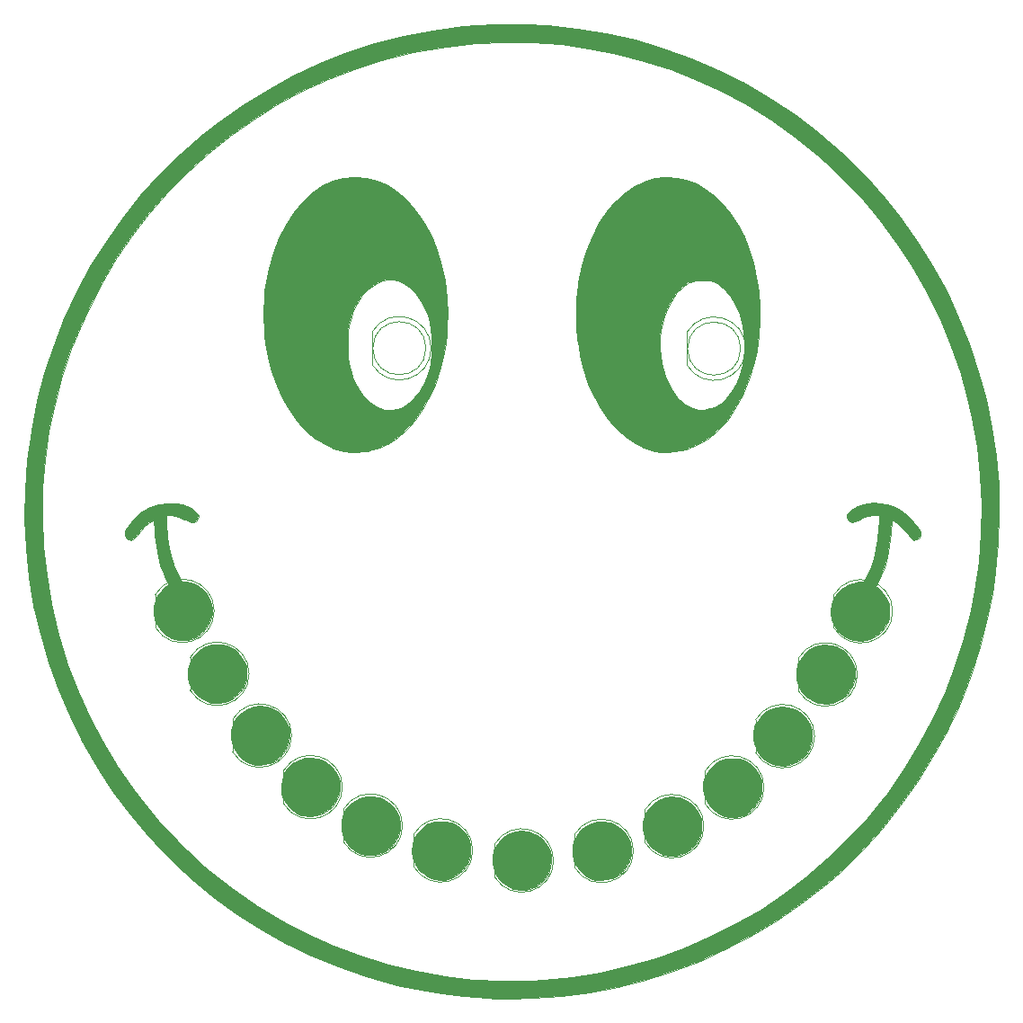
<source format=gbr>
%TF.GenerationSoftware,KiCad,Pcbnew,7.0.8*%
%TF.CreationDate,2024-04-06T10:04:34+02:00*%
%TF.ProjectId,Smiley,536d696c-6579-42e6-9b69-6361645f7063,rev?*%
%TF.SameCoordinates,Original*%
%TF.FileFunction,Legend,Top*%
%TF.FilePolarity,Positive*%
%FSLAX46Y46*%
G04 Gerber Fmt 4.6, Leading zero omitted, Abs format (unit mm)*
G04 Created by KiCad (PCBNEW 7.0.8) date 2024-04-06 10:04:34*
%MOMM*%
%LPD*%
G01*
G04 APERTURE LIST*
%ADD10C,0.120000*%
%ADD11C,0.010000*%
G04 APERTURE END LIST*
D10*
%TO.C,REF\u002A\u002A*%
X110090000Y-74125000D02*
X110090000Y-77215000D01*
X115150000Y-75670000D02*
G75*
G03*
X115150000Y-75670000I-2500000J0D01*
G01*
X115639999Y-75670462D02*
G75*
G03*
X110090001Y-74125170I-2989999J462D01*
G01*
X110090000Y-77214830D02*
G75*
G03*
X115640000Y-75669538I2560000J1544830D01*
G01*
%TO.C,D15*%
X106760000Y-80075000D02*
X106760000Y-83165000D01*
X111820000Y-81620000D02*
G75*
G03*
X111820000Y-81620000I-2500000J0D01*
G01*
X112309999Y-81620462D02*
G75*
G03*
X106760001Y-80075170I-2989999J462D01*
G01*
X106760000Y-83164830D02*
G75*
G03*
X112310000Y-81619538I2560000J1544830D01*
G01*
%TO.C,D14*%
X102730000Y-85885000D02*
X102730000Y-88975000D01*
X107790000Y-87430000D02*
G75*
G03*
X107790000Y-87430000I-2500000J0D01*
G01*
X108279999Y-87430462D02*
G75*
G03*
X102730001Y-85885170I-2989999J462D01*
G01*
X102730000Y-88974830D02*
G75*
G03*
X108280000Y-87429538I2560000J1544830D01*
G01*
%TO.C,D13*%
X97965000Y-90715000D02*
X97965000Y-93805000D01*
X103025000Y-92260000D02*
G75*
G03*
X103025000Y-92260000I-2500000J0D01*
G01*
X103514999Y-92260462D02*
G75*
G03*
X97965001Y-90715170I-2989999J462D01*
G01*
X97965000Y-93804830D02*
G75*
G03*
X103515000Y-92259538I2560000J1544830D01*
G01*
%TO.C,D12*%
X92310000Y-94365000D02*
X92310000Y-97455000D01*
X97370000Y-95910000D02*
G75*
G03*
X97370000Y-95910000I-2500000J0D01*
G01*
X97859999Y-95910462D02*
G75*
G03*
X92310001Y-94365170I-2989999J462D01*
G01*
X92310000Y-97454830D02*
G75*
G03*
X97860000Y-95909538I2560000J1544830D01*
G01*
%TO.C,D11*%
X85670000Y-96695000D02*
X85670000Y-99785000D01*
X90730000Y-98240000D02*
G75*
G03*
X90730000Y-98240000I-2500000J0D01*
G01*
X91219999Y-98240462D02*
G75*
G03*
X85670001Y-96695170I-2989999J462D01*
G01*
X85670000Y-99784830D02*
G75*
G03*
X91220000Y-98239538I2560000J1544830D01*
G01*
%TO.C,D10*%
X78150000Y-97595000D02*
X78150000Y-100685000D01*
X83210000Y-99140000D02*
G75*
G03*
X83210000Y-99140000I-2500000J0D01*
G01*
X83699999Y-99140462D02*
G75*
G03*
X78150001Y-97595170I-2989999J462D01*
G01*
X78150000Y-100684830D02*
G75*
G03*
X83700000Y-99139538I2560000J1544830D01*
G01*
%TO.C,D9*%
X70540000Y-96645000D02*
X70540000Y-99735000D01*
X75600000Y-98190000D02*
G75*
G03*
X75600000Y-98190000I-2500000J0D01*
G01*
X76089999Y-98190462D02*
G75*
G03*
X70540001Y-96645170I-2989999J462D01*
G01*
X70540000Y-99734830D02*
G75*
G03*
X76090000Y-98189538I2560000J1544830D01*
G01*
%TO.C,D8*%
X63920000Y-94305000D02*
X63920000Y-97395000D01*
X68980000Y-95850000D02*
G75*
G03*
X68980000Y-95850000I-2500000J0D01*
G01*
X69469999Y-95850462D02*
G75*
G03*
X63920001Y-94305170I-2989999J462D01*
G01*
X63920000Y-97394830D02*
G75*
G03*
X69470000Y-95849538I2560000J1544830D01*
G01*
%TO.C,D7*%
X58260000Y-93774830D02*
G75*
G03*
X63810000Y-92229538I2560000J1544830D01*
G01*
X63809999Y-92230462D02*
G75*
G03*
X58260001Y-90685170I-2989999J462D01*
G01*
X63320000Y-92230000D02*
G75*
G03*
X63320000Y-92230000I-2500000J0D01*
G01*
X58260000Y-90685000D02*
X58260000Y-93775000D01*
%TO.C,D6*%
X53475000Y-85835000D02*
X53475000Y-88925000D01*
X58535000Y-87380000D02*
G75*
G03*
X58535000Y-87380000I-2500000J0D01*
G01*
X59024999Y-87380462D02*
G75*
G03*
X53475001Y-85835170I-2989999J462D01*
G01*
X53475000Y-88924830D02*
G75*
G03*
X59025000Y-87379538I2560000J1544830D01*
G01*
%TO.C,D5*%
X49470000Y-80015000D02*
X49470000Y-83105000D01*
X54530000Y-81560000D02*
G75*
G03*
X54530000Y-81560000I-2500000J0D01*
G01*
X55019999Y-81560462D02*
G75*
G03*
X49470001Y-80015170I-2989999J462D01*
G01*
X49470000Y-83104830D02*
G75*
G03*
X55020000Y-81559538I2560000J1544830D01*
G01*
%TO.C,D4*%
X46190000Y-74085000D02*
X46190000Y-77175000D01*
X51250000Y-75630000D02*
G75*
G03*
X51250000Y-75630000I-2500000J0D01*
G01*
X51739999Y-75630462D02*
G75*
G03*
X46190001Y-74085170I-2989999J462D01*
G01*
X46190000Y-77174830D02*
G75*
G03*
X51740000Y-75629538I2560000J1544830D01*
G01*
%TO.C,D2*%
X96260000Y-52474830D02*
G75*
G03*
X101810000Y-50929538I2560000J1544830D01*
G01*
X101809999Y-50930462D02*
G75*
G03*
X96260001Y-49385170I-2989999J462D01*
G01*
X101320000Y-50930000D02*
G75*
G03*
X101320000Y-50930000I-2500000J0D01*
G01*
X96260000Y-49385000D02*
X96260000Y-52475000D01*
%TO.C,D1*%
X66615000Y-52434830D02*
G75*
G03*
X72165000Y-50889538I2560000J1544830D01*
G01*
X72164999Y-50890462D02*
G75*
G03*
X66615001Y-49345170I-2989999J462D01*
G01*
X71675000Y-50890000D02*
G75*
G03*
X71675000Y-50890000I-2500000J0D01*
G01*
X66615000Y-49345000D02*
X66615000Y-52435000D01*
%TO.C,G\u002A\u002A\u002A*%
D11*
X89042481Y-95594655D02*
X89594276Y-95807699D01*
X90078233Y-96154553D01*
X90227754Y-96299951D01*
X90625281Y-96825057D01*
X90878088Y-97405793D01*
X90990349Y-98017146D01*
X90966241Y-98634101D01*
X90809939Y-99231646D01*
X90525619Y-99784767D01*
X90117457Y-100268449D01*
X89589630Y-100657680D01*
X89491345Y-100711081D01*
X89114411Y-100849109D01*
X88645648Y-100938594D01*
X88147418Y-100974876D01*
X87682087Y-100953295D01*
X87322378Y-100873134D01*
X86721017Y-100567775D01*
X86230000Y-100156032D01*
X85854600Y-99660882D01*
X85600088Y-99105302D01*
X85471739Y-98512270D01*
X85474824Y-97904762D01*
X85614617Y-97305756D01*
X85896390Y-96738228D01*
X86268490Y-96280578D01*
X86750191Y-95881087D01*
X87264340Y-95627829D01*
X87844742Y-95508393D01*
X88390679Y-95501439D01*
X89042481Y-95594655D01*
G36*
X89042481Y-95594655D02*
G01*
X89594276Y-95807699D01*
X90078233Y-96154553D01*
X90227754Y-96299951D01*
X90625281Y-96825057D01*
X90878088Y-97405793D01*
X90990349Y-98017146D01*
X90966241Y-98634101D01*
X90809939Y-99231646D01*
X90525619Y-99784767D01*
X90117457Y-100268449D01*
X89589630Y-100657680D01*
X89491345Y-100711081D01*
X89114411Y-100849109D01*
X88645648Y-100938594D01*
X88147418Y-100974876D01*
X87682087Y-100953295D01*
X87322378Y-100873134D01*
X86721017Y-100567775D01*
X86230000Y-100156032D01*
X85854600Y-99660882D01*
X85600088Y-99105302D01*
X85471739Y-98512270D01*
X85474824Y-97904762D01*
X85614617Y-97305756D01*
X85896390Y-96738228D01*
X86268490Y-96280578D01*
X86750191Y-95881087D01*
X87264340Y-95627829D01*
X87844742Y-95508393D01*
X88390679Y-95501439D01*
X89042481Y-95594655D01*
G37*
X56688344Y-84655511D02*
X57203539Y-84829289D01*
X57783010Y-85183379D01*
X58245946Y-85642761D01*
X58583518Y-86184018D01*
X58786901Y-86783733D01*
X58847266Y-87418492D01*
X58755787Y-88064879D01*
X58593961Y-88517719D01*
X58256000Y-89074552D01*
X57801641Y-89543201D01*
X57266768Y-89887527D01*
X57205885Y-89915670D01*
X56889467Y-90015328D01*
X56484611Y-90086769D01*
X56052434Y-90124854D01*
X55654057Y-90124443D01*
X55350598Y-90080396D01*
X55328345Y-90073565D01*
X54694047Y-89781303D01*
X54150066Y-89360101D01*
X53720897Y-88831214D01*
X53559896Y-88539100D01*
X53401764Y-88057530D01*
X53330393Y-87502088D01*
X53346794Y-86936233D01*
X53451976Y-86423424D01*
X53523282Y-86238226D01*
X53863715Y-85683127D01*
X54314714Y-85230872D01*
X54849478Y-84891723D01*
X55441205Y-84675939D01*
X56063094Y-84593781D01*
X56688344Y-84655511D01*
G36*
X56688344Y-84655511D02*
G01*
X57203539Y-84829289D01*
X57783010Y-85183379D01*
X58245946Y-85642761D01*
X58583518Y-86184018D01*
X58786901Y-86783733D01*
X58847266Y-87418492D01*
X58755787Y-88064879D01*
X58593961Y-88517719D01*
X58256000Y-89074552D01*
X57801641Y-89543201D01*
X57266768Y-89887527D01*
X57205885Y-89915670D01*
X56889467Y-90015328D01*
X56484611Y-90086769D01*
X56052434Y-90124854D01*
X55654057Y-90124443D01*
X55350598Y-90080396D01*
X55328345Y-90073565D01*
X54694047Y-89781303D01*
X54150066Y-89360101D01*
X53720897Y-88831214D01*
X53559896Y-88539100D01*
X53401764Y-88057530D01*
X53330393Y-87502088D01*
X53346794Y-86936233D01*
X53451976Y-86423424D01*
X53523282Y-86238226D01*
X53863715Y-85683127D01*
X54314714Y-85230872D01*
X54849478Y-84891723D01*
X55441205Y-84675939D01*
X56063094Y-84593781D01*
X56688344Y-84655511D01*
G37*
X66631345Y-93130772D02*
X67283148Y-93223988D01*
X67834943Y-93437032D01*
X68318900Y-93783886D01*
X68468420Y-93929285D01*
X68865948Y-94454390D01*
X69118755Y-95035126D01*
X69231016Y-95646479D01*
X69206907Y-96263435D01*
X69050605Y-96860979D01*
X68766286Y-97414100D01*
X68358124Y-97897783D01*
X67830297Y-98287014D01*
X67732012Y-98340414D01*
X67255701Y-98511781D01*
X66695767Y-98595644D01*
X66115041Y-98589504D01*
X65576351Y-98490862D01*
X65406600Y-98432931D01*
X64909027Y-98157555D01*
X64454260Y-97759885D01*
X64087789Y-97286160D01*
X63892699Y-96894133D01*
X63731479Y-96244288D01*
X63721806Y-95596501D01*
X63853193Y-94975095D01*
X64115154Y-94404394D01*
X64497202Y-93908720D01*
X64988851Y-93512398D01*
X65448636Y-93285246D01*
X65765864Y-93181388D01*
X66060057Y-93130144D01*
X66406732Y-93121648D01*
X66631345Y-93130772D01*
G36*
X66631345Y-93130772D02*
G01*
X67283148Y-93223988D01*
X67834943Y-93437032D01*
X68318900Y-93783886D01*
X68468420Y-93929285D01*
X68865948Y-94454390D01*
X69118755Y-95035126D01*
X69231016Y-95646479D01*
X69206907Y-96263435D01*
X69050605Y-96860979D01*
X68766286Y-97414100D01*
X68358124Y-97897783D01*
X67830297Y-98287014D01*
X67732012Y-98340414D01*
X67255701Y-98511781D01*
X66695767Y-98595644D01*
X66115041Y-98589504D01*
X65576351Y-98490862D01*
X65406600Y-98432931D01*
X64909027Y-98157555D01*
X64454260Y-97759885D01*
X64087789Y-97286160D01*
X63892699Y-96894133D01*
X63731479Y-96244288D01*
X63721806Y-95596501D01*
X63853193Y-94975095D01*
X64115154Y-94404394D01*
X64497202Y-93908720D01*
X64988851Y-93512398D01*
X65448636Y-93285246D01*
X65765864Y-93181388D01*
X66060057Y-93130144D01*
X66406732Y-93121648D01*
X66631345Y-93130772D01*
G37*
X95475496Y-93214153D02*
X95530421Y-93227714D01*
X96192667Y-93477507D01*
X96749484Y-93858056D01*
X97194259Y-94363916D01*
X97440239Y-94800132D01*
X97571374Y-95232836D01*
X97626475Y-95753431D01*
X97606163Y-96298816D01*
X97511054Y-96805891D01*
X97418029Y-97066199D01*
X97158315Y-97492101D01*
X96785724Y-97906313D01*
X96352155Y-98258123D01*
X95986737Y-98464820D01*
X95563835Y-98594905D01*
X95061899Y-98663746D01*
X94553325Y-98667069D01*
X94110510Y-98600599D01*
X94039942Y-98579778D01*
X93429834Y-98298213D01*
X92922487Y-97898449D01*
X92528121Y-97403735D01*
X92256954Y-96837319D01*
X92119206Y-96222451D01*
X92125094Y-95582379D01*
X92284839Y-94940353D01*
X92360545Y-94758990D01*
X92694183Y-94194537D01*
X93128648Y-93756246D01*
X93604743Y-93459602D01*
X94232881Y-93218662D01*
X94846834Y-93138006D01*
X95475496Y-93214153D01*
G36*
X95475496Y-93214153D02*
G01*
X95530421Y-93227714D01*
X96192667Y-93477507D01*
X96749484Y-93858056D01*
X97194259Y-94363916D01*
X97440239Y-94800132D01*
X97571374Y-95232836D01*
X97626475Y-95753431D01*
X97606163Y-96298816D01*
X97511054Y-96805891D01*
X97418029Y-97066199D01*
X97158315Y-97492101D01*
X96785724Y-97906313D01*
X96352155Y-98258123D01*
X95986737Y-98464820D01*
X95563835Y-98594905D01*
X95061899Y-98663746D01*
X94553325Y-98667069D01*
X94110510Y-98600599D01*
X94039942Y-98579778D01*
X93429834Y-98298213D01*
X92922487Y-97898449D01*
X92528121Y-97403735D01*
X92256954Y-96837319D01*
X92119206Y-96222451D01*
X92125094Y-95582379D01*
X92284839Y-94940353D01*
X92360545Y-94758990D01*
X92694183Y-94194537D01*
X93128648Y-93756246D01*
X93604743Y-93459602D01*
X94232881Y-93218662D01*
X94846834Y-93138006D01*
X95475496Y-93214153D01*
G37*
X61532358Y-89527676D02*
X61763012Y-89595356D01*
X62084749Y-89734867D01*
X62392138Y-89944667D01*
X62737540Y-90260609D01*
X62744192Y-90267253D01*
X63137170Y-90723600D01*
X63391236Y-91186856D01*
X63525826Y-91705085D01*
X63560764Y-92286465D01*
X63478472Y-92924363D01*
X63253690Y-93502384D01*
X62907107Y-94005882D01*
X62459413Y-94420213D01*
X61931298Y-94730731D01*
X61343453Y-94922792D01*
X60716566Y-94981750D01*
X60071328Y-94892960D01*
X59933899Y-94853692D01*
X59377635Y-94595759D01*
X58877234Y-94202342D01*
X58465317Y-93705686D01*
X58174504Y-93138040D01*
X58161251Y-93101385D01*
X58093165Y-92819020D01*
X58048283Y-92461523D01*
X58037679Y-92214631D01*
X58114756Y-91548419D01*
X58333145Y-90949504D01*
X58673585Y-90431429D01*
X59116813Y-90007738D01*
X59643567Y-89691974D01*
X60234584Y-89497680D01*
X60870601Y-89438400D01*
X61532358Y-89527676D01*
G36*
X61532358Y-89527676D02*
G01*
X61763012Y-89595356D01*
X62084749Y-89734867D01*
X62392138Y-89944667D01*
X62737540Y-90260609D01*
X62744192Y-90267253D01*
X63137170Y-90723600D01*
X63391236Y-91186856D01*
X63525826Y-91705085D01*
X63560764Y-92286465D01*
X63478472Y-92924363D01*
X63253690Y-93502384D01*
X62907107Y-94005882D01*
X62459413Y-94420213D01*
X61931298Y-94730731D01*
X61343453Y-94922792D01*
X60716566Y-94981750D01*
X60071328Y-94892960D01*
X59933899Y-94853692D01*
X59377635Y-94595759D01*
X58877234Y-94202342D01*
X58465317Y-93705686D01*
X58174504Y-93138040D01*
X58161251Y-93101385D01*
X58093165Y-92819020D01*
X58048283Y-92461523D01*
X58037679Y-92214631D01*
X58114756Y-91548419D01*
X58333145Y-90949504D01*
X58673585Y-90431429D01*
X59116813Y-90007738D01*
X59643567Y-89691974D01*
X60234584Y-89497680D01*
X60870601Y-89438400D01*
X61532358Y-89527676D01*
G37*
X81310921Y-96422982D02*
X81936734Y-96650191D01*
X81991280Y-96676935D01*
X82535131Y-97035468D01*
X82959781Y-97492597D01*
X83262265Y-98023779D01*
X83439617Y-98604472D01*
X83488872Y-99210133D01*
X83407065Y-99816220D01*
X83191231Y-100398190D01*
X82838403Y-100931500D01*
X82541852Y-101233736D01*
X82255284Y-101448483D01*
X81930360Y-101641600D01*
X81833313Y-101688386D01*
X81440309Y-101809091D01*
X80965383Y-101877033D01*
X80479061Y-101887974D01*
X80051867Y-101837681D01*
X79924012Y-101803069D01*
X79284142Y-101508257D01*
X78745891Y-101087688D01*
X78326618Y-100556598D01*
X78172056Y-100265433D01*
X78035447Y-99825297D01*
X77971804Y-99303626D01*
X77981595Y-98764790D01*
X78065284Y-98273161D01*
X78155784Y-98017465D01*
X78516263Y-97425214D01*
X78993519Y-96954376D01*
X79580939Y-96610396D01*
X80065603Y-96445048D01*
X80696842Y-96355761D01*
X81310921Y-96422982D01*
G36*
X81310921Y-96422982D02*
G01*
X81936734Y-96650191D01*
X81991280Y-96676935D01*
X82535131Y-97035468D01*
X82959781Y-97492597D01*
X83262265Y-98023779D01*
X83439617Y-98604472D01*
X83488872Y-99210133D01*
X83407065Y-99816220D01*
X83191231Y-100398190D01*
X82838403Y-100931500D01*
X82541852Y-101233736D01*
X82255284Y-101448483D01*
X81930360Y-101641600D01*
X81833313Y-101688386D01*
X81440309Y-101809091D01*
X80965383Y-101877033D01*
X80479061Y-101887974D01*
X80051867Y-101837681D01*
X79924012Y-101803069D01*
X79284142Y-101508257D01*
X78745891Y-101087688D01*
X78326618Y-100556598D01*
X78172056Y-100265433D01*
X78035447Y-99825297D01*
X77971804Y-99303626D01*
X77981595Y-98764790D01*
X78065284Y-98273161D01*
X78155784Y-98017465D01*
X78516263Y-97425214D01*
X78993519Y-96954376D01*
X79580939Y-96610396D01*
X80065603Y-96445048D01*
X80696842Y-96355761D01*
X81310921Y-96422982D01*
G37*
X105851747Y-84723934D02*
X106391732Y-84881283D01*
X106478993Y-84921333D01*
X106981096Y-85245962D01*
X107429878Y-85682444D01*
X107774586Y-86178752D01*
X107846238Y-86322893D01*
X107993305Y-86816426D01*
X108041347Y-87382201D01*
X107991325Y-87955795D01*
X107844200Y-88472789D01*
X107813118Y-88542963D01*
X107490348Y-89100091D01*
X107095012Y-89526511D01*
X106594830Y-89855984D01*
X106523268Y-89892063D01*
X105927169Y-90109825D01*
X105314110Y-90199259D01*
X104732997Y-90154532D01*
X104598363Y-90121682D01*
X103941206Y-89853681D01*
X103387017Y-89451634D01*
X102939624Y-88918769D01*
X102726027Y-88541699D01*
X102591590Y-88125405D01*
X102528421Y-87619977D01*
X102536846Y-87090040D01*
X102617194Y-86600218D01*
X102714759Y-86319375D01*
X102985267Y-85870880D01*
X103355413Y-85443841D01*
X103775364Y-85088994D01*
X104120580Y-84888082D01*
X104654106Y-84726459D01*
X105251850Y-84672035D01*
X105851747Y-84723934D01*
G36*
X105851747Y-84723934D02*
G01*
X106391732Y-84881283D01*
X106478993Y-84921333D01*
X106981096Y-85245962D01*
X107429878Y-85682444D01*
X107774586Y-86178752D01*
X107846238Y-86322893D01*
X107993305Y-86816426D01*
X108041347Y-87382201D01*
X107991325Y-87955795D01*
X107844200Y-88472789D01*
X107813118Y-88542963D01*
X107490348Y-89100091D01*
X107095012Y-89526511D01*
X106594830Y-89855984D01*
X106523268Y-89892063D01*
X105927169Y-90109825D01*
X105314110Y-90199259D01*
X104732997Y-90154532D01*
X104598363Y-90121682D01*
X103941206Y-89853681D01*
X103387017Y-89451634D01*
X102939624Y-88918769D01*
X102726027Y-88541699D01*
X102591590Y-88125405D01*
X102528421Y-87619977D01*
X102536846Y-87090040D01*
X102617194Y-86600218D01*
X102714759Y-86319375D01*
X102985267Y-85870880D01*
X103355413Y-85443841D01*
X103775364Y-85088994D01*
X104120580Y-84888082D01*
X104654106Y-84726459D01*
X105251850Y-84672035D01*
X105851747Y-84723934D01*
G37*
X73473565Y-95452889D02*
X73973732Y-95540246D01*
X74166432Y-95602592D01*
X74594072Y-95834520D01*
X75018266Y-96179530D01*
X75387506Y-96588331D01*
X75650286Y-97011636D01*
X75659132Y-97031015D01*
X75821462Y-97567981D01*
X75874921Y-98169119D01*
X75820460Y-98772332D01*
X75659032Y-99315527D01*
X75622914Y-99393588D01*
X75261680Y-99948513D01*
X74784371Y-100401503D01*
X74220525Y-100727001D01*
X73980242Y-100814893D01*
X73471191Y-100940729D01*
X73026900Y-100970471D01*
X72574494Y-100906670D01*
X72425030Y-100869329D01*
X71945148Y-100689332D01*
X71485727Y-100427885D01*
X71111789Y-100123894D01*
X71029403Y-100034260D01*
X70660605Y-99477883D01*
X70438916Y-98875448D01*
X70358964Y-98251537D01*
X70415380Y-97630735D01*
X70602792Y-97037624D01*
X70915829Y-96496788D01*
X71349122Y-96032811D01*
X71897299Y-95670274D01*
X71992805Y-95624467D01*
X72418581Y-95495649D01*
X72933675Y-95438239D01*
X73473565Y-95452889D01*
G36*
X73473565Y-95452889D02*
G01*
X73973732Y-95540246D01*
X74166432Y-95602592D01*
X74594072Y-95834520D01*
X75018266Y-96179530D01*
X75387506Y-96588331D01*
X75650286Y-97011636D01*
X75659132Y-97031015D01*
X75821462Y-97567981D01*
X75874921Y-98169119D01*
X75820460Y-98772332D01*
X75659032Y-99315527D01*
X75622914Y-99393588D01*
X75261680Y-99948513D01*
X74784371Y-100401503D01*
X74220525Y-100727001D01*
X73980242Y-100814893D01*
X73471191Y-100940729D01*
X73026900Y-100970471D01*
X72574494Y-100906670D01*
X72425030Y-100869329D01*
X71945148Y-100689332D01*
X71485727Y-100427885D01*
X71111789Y-100123894D01*
X71029403Y-100034260D01*
X70660605Y-99477883D01*
X70438916Y-98875448D01*
X70358964Y-98251537D01*
X70415380Y-97630735D01*
X70602792Y-97037624D01*
X70915829Y-96496788D01*
X71349122Y-96032811D01*
X71897299Y-95670274D01*
X71992805Y-95624467D01*
X72418581Y-95495649D01*
X72933675Y-95438239D01*
X73473565Y-95452889D01*
G37*
X100932559Y-89521591D02*
X101221180Y-89555792D01*
X101471444Y-89628579D01*
X101737659Y-89747333D01*
X102243652Y-90075189D01*
X102696432Y-90517352D01*
X103044350Y-91021005D01*
X103108229Y-91148893D01*
X103238664Y-91575876D01*
X103297566Y-92090284D01*
X103284938Y-92626059D01*
X103200778Y-93117142D01*
X103108229Y-93379973D01*
X102804293Y-93877574D01*
X102390084Y-94327948D01*
X101916617Y-94678946D01*
X101752657Y-94765695D01*
X101263654Y-94934902D01*
X100722654Y-95021297D01*
X100195602Y-95018949D01*
X99802563Y-94941036D01*
X99141840Y-94646873D01*
X98603293Y-94242972D01*
X98195039Y-93740155D01*
X97925195Y-93149242D01*
X97801878Y-92481053D01*
X97794668Y-92264433D01*
X97810847Y-91854955D01*
X97870175Y-91530956D01*
X97988842Y-91210741D01*
X98014784Y-91153606D01*
X98380788Y-90542664D01*
X98851852Y-90059163D01*
X99341419Y-89748576D01*
X99618092Y-89626074D01*
X99870332Y-89554585D01*
X100163634Y-89521254D01*
X100540345Y-89513221D01*
X100932559Y-89521591D01*
G36*
X100932559Y-89521591D02*
G01*
X101221180Y-89555792D01*
X101471444Y-89628579D01*
X101737659Y-89747333D01*
X102243652Y-90075189D01*
X102696432Y-90517352D01*
X103044350Y-91021005D01*
X103108229Y-91148893D01*
X103238664Y-91575876D01*
X103297566Y-92090284D01*
X103284938Y-92626059D01*
X103200778Y-93117142D01*
X103108229Y-93379973D01*
X102804293Y-93877574D01*
X102390084Y-94327948D01*
X101916617Y-94678946D01*
X101752657Y-94765695D01*
X101263654Y-94934902D01*
X100722654Y-95021297D01*
X100195602Y-95018949D01*
X99802563Y-94941036D01*
X99141840Y-94646873D01*
X98603293Y-94242972D01*
X98195039Y-93740155D01*
X97925195Y-93149242D01*
X97801878Y-92481053D01*
X97794668Y-92264433D01*
X97810847Y-91854955D01*
X97870175Y-91530956D01*
X97988842Y-91210741D01*
X98014784Y-91153606D01*
X98380788Y-90542664D01*
X98851852Y-90059163D01*
X99341419Y-89748576D01*
X99618092Y-89626074D01*
X99870332Y-89554585D01*
X100163634Y-89521254D01*
X100540345Y-89513221D01*
X100932559Y-89521591D01*
G37*
X109754691Y-78857148D02*
X110262030Y-78965957D01*
X110457870Y-79044977D01*
X111047232Y-79415813D01*
X111515792Y-79888031D01*
X111852854Y-80441410D01*
X112047725Y-81055728D01*
X112089708Y-81710763D01*
X112048933Y-82053287D01*
X111939220Y-82516236D01*
X111778127Y-82898664D01*
X111530109Y-83277039D01*
X111407254Y-83433718D01*
X111016544Y-83794839D01*
X110513697Y-84079667D01*
X109944153Y-84273900D01*
X109353352Y-84363240D01*
X108786735Y-84333386D01*
X108644427Y-84303195D01*
X108078012Y-84079938D01*
X107549347Y-83719509D01*
X107098186Y-83254061D01*
X106819675Y-82827499D01*
X106710612Y-82599937D01*
X106643450Y-82387479D01*
X106608433Y-82136707D01*
X106595804Y-81794201D01*
X106594826Y-81596433D01*
X106600571Y-81195451D01*
X106624281Y-80910373D01*
X106675669Y-80687969D01*
X106764445Y-80475013D01*
X106818818Y-80368767D01*
X107213146Y-79792886D01*
X107719378Y-79328062D01*
X108160345Y-79065984D01*
X108642002Y-78907727D01*
X109194066Y-78837927D01*
X109754691Y-78857148D01*
G36*
X109754691Y-78857148D02*
G01*
X110262030Y-78965957D01*
X110457870Y-79044977D01*
X111047232Y-79415813D01*
X111515792Y-79888031D01*
X111852854Y-80441410D01*
X112047725Y-81055728D01*
X112089708Y-81710763D01*
X112048933Y-82053287D01*
X111939220Y-82516236D01*
X111778127Y-82898664D01*
X111530109Y-83277039D01*
X111407254Y-83433718D01*
X111016544Y-83794839D01*
X110513697Y-84079667D01*
X109944153Y-84273900D01*
X109353352Y-84363240D01*
X108786735Y-84333386D01*
X108644427Y-84303195D01*
X108078012Y-84079938D01*
X107549347Y-83719509D01*
X107098186Y-83254061D01*
X106819675Y-82827499D01*
X106710612Y-82599937D01*
X106643450Y-82387479D01*
X106608433Y-82136707D01*
X106595804Y-81794201D01*
X106594826Y-81596433D01*
X106600571Y-81195451D01*
X106624281Y-80910373D01*
X106675669Y-80687969D01*
X106764445Y-80475013D01*
X106818818Y-80368767D01*
X107213146Y-79792886D01*
X107719378Y-79328062D01*
X108160345Y-79065984D01*
X108642002Y-78907727D01*
X109194066Y-78837927D01*
X109754691Y-78857148D01*
G37*
X52494355Y-78795701D02*
X53156436Y-78993297D01*
X53719197Y-79325478D01*
X54189255Y-79797269D01*
X54541278Y-80350725D01*
X54660469Y-80607852D01*
X54730648Y-80849932D01*
X54764344Y-81139488D01*
X54773953Y-81511767D01*
X54767018Y-81909352D01*
X54732950Y-82203368D01*
X54659826Y-82458894D01*
X54556795Y-82697100D01*
X54193127Y-83270404D01*
X53701815Y-83747866D01*
X53254012Y-84032320D01*
X52956918Y-84160467D01*
X52641681Y-84235234D01*
X52239452Y-84271833D01*
X52153345Y-84275509D01*
X51802719Y-84279173D01*
X51494111Y-84265571D01*
X51285933Y-84237597D01*
X51264345Y-84231493D01*
X50671666Y-83955151D01*
X50138095Y-83549334D01*
X49702321Y-83048463D01*
X49461205Y-82627307D01*
X49351691Y-82316767D01*
X49294219Y-81957334D01*
X49278250Y-81552320D01*
X49285071Y-81177282D01*
X49321250Y-80896416D01*
X49403309Y-80635046D01*
X49547770Y-80318496D01*
X49554061Y-80305700D01*
X49918432Y-79743582D01*
X50389930Y-79295288D01*
X50944222Y-78973315D01*
X51556978Y-78790159D01*
X52203865Y-78758314D01*
X52494355Y-78795701D01*
G36*
X52494355Y-78795701D02*
G01*
X53156436Y-78993297D01*
X53719197Y-79325478D01*
X54189255Y-79797269D01*
X54541278Y-80350725D01*
X54660469Y-80607852D01*
X54730648Y-80849932D01*
X54764344Y-81139488D01*
X54773953Y-81511767D01*
X54767018Y-81909352D01*
X54732950Y-82203368D01*
X54659826Y-82458894D01*
X54556795Y-82697100D01*
X54193127Y-83270404D01*
X53701815Y-83747866D01*
X53254012Y-84032320D01*
X52956918Y-84160467D01*
X52641681Y-84235234D01*
X52239452Y-84271833D01*
X52153345Y-84275509D01*
X51802719Y-84279173D01*
X51494111Y-84265571D01*
X51285933Y-84237597D01*
X51264345Y-84231493D01*
X50671666Y-83955151D01*
X50138095Y-83549334D01*
X49702321Y-83048463D01*
X49461205Y-82627307D01*
X49351691Y-82316767D01*
X49294219Y-81957334D01*
X49278250Y-81552320D01*
X49285071Y-81177282D01*
X49321250Y-80896416D01*
X49403309Y-80635046D01*
X49547770Y-80318496D01*
X49554061Y-80305700D01*
X49918432Y-79743582D01*
X50389930Y-79295288D01*
X50944222Y-78973315D01*
X51556978Y-78790159D01*
X52203865Y-78758314D01*
X52494355Y-78795701D01*
G37*
X114329558Y-65468627D02*
X115140235Y-65615323D01*
X115870523Y-65884146D01*
X116550333Y-66289911D01*
X117209577Y-66847438D01*
X117307239Y-66943767D01*
X117772653Y-67447372D01*
X118089169Y-67874963D01*
X118258066Y-68228768D01*
X118280621Y-68511014D01*
X118253743Y-68594264D01*
X118080868Y-68804284D01*
X117828478Y-68931210D01*
X117567602Y-68940929D01*
X117545145Y-68934577D01*
X117414407Y-68842934D01*
X117230208Y-68653491D01*
X117047127Y-68426410D01*
X116684482Y-67978817D01*
X116304041Y-67584275D01*
X115945334Y-67282104D01*
X115799719Y-67185662D01*
X115555177Y-67041225D01*
X115454932Y-68274358D01*
X115321278Y-69466684D01*
X115124837Y-70546639D01*
X114868994Y-71500873D01*
X114557133Y-72316035D01*
X114309347Y-72793322D01*
X114032145Y-73261211D01*
X114435554Y-73621280D01*
X114730212Y-73938471D01*
X114993573Y-74313819D01*
X115076821Y-74465724D01*
X115205617Y-74758034D01*
X115278311Y-75024013D01*
X115309579Y-75335331D01*
X115314679Y-75627433D01*
X115281187Y-76200683D01*
X115176625Y-76658890D01*
X115151520Y-76727853D01*
X114915924Y-77162127D01*
X114566970Y-77588834D01*
X114154687Y-77955926D01*
X113729103Y-78211352D01*
X113723097Y-78213971D01*
X113186730Y-78377285D01*
X112598828Y-78441866D01*
X112026381Y-78404525D01*
X111659826Y-78312180D01*
X111046980Y-78008904D01*
X110544707Y-77584960D01*
X110164712Y-77057151D01*
X109918696Y-76442279D01*
X109818361Y-75757146D01*
X109816637Y-75665723D01*
X109891092Y-74990098D01*
X110112716Y-74383824D01*
X110468745Y-73860617D01*
X110946417Y-73434191D01*
X111532967Y-73118262D01*
X112215632Y-72926543D01*
X112389704Y-72900863D01*
X112936062Y-72833433D01*
X113294093Y-72156100D01*
X113584289Y-71500790D01*
X113838543Y-70716170D01*
X114049079Y-69839906D01*
X114208125Y-68909662D01*
X114307906Y-67963102D01*
X114340723Y-67085023D01*
X114341012Y-66585947D01*
X113769512Y-66638236D01*
X113278533Y-66722860D01*
X112795207Y-66898496D01*
X112605345Y-66989525D01*
X112296644Y-67133293D01*
X112024156Y-67239125D01*
X111839991Y-67287153D01*
X111822179Y-67288146D01*
X111586078Y-67212667D01*
X111392605Y-67025048D01*
X111295957Y-66782088D01*
X111293012Y-66733585D01*
X111373045Y-66480629D01*
X111594894Y-66232131D01*
X111931186Y-65999494D01*
X112354546Y-65794120D01*
X112837599Y-65627415D01*
X113352972Y-65510780D01*
X113873289Y-65455621D01*
X114329558Y-65468627D01*
G36*
X114329558Y-65468627D02*
G01*
X115140235Y-65615323D01*
X115870523Y-65884146D01*
X116550333Y-66289911D01*
X117209577Y-66847438D01*
X117307239Y-66943767D01*
X117772653Y-67447372D01*
X118089169Y-67874963D01*
X118258066Y-68228768D01*
X118280621Y-68511014D01*
X118253743Y-68594264D01*
X118080868Y-68804284D01*
X117828478Y-68931210D01*
X117567602Y-68940929D01*
X117545145Y-68934577D01*
X117414407Y-68842934D01*
X117230208Y-68653491D01*
X117047127Y-68426410D01*
X116684482Y-67978817D01*
X116304041Y-67584275D01*
X115945334Y-67282104D01*
X115799719Y-67185662D01*
X115555177Y-67041225D01*
X115454932Y-68274358D01*
X115321278Y-69466684D01*
X115124837Y-70546639D01*
X114868994Y-71500873D01*
X114557133Y-72316035D01*
X114309347Y-72793322D01*
X114032145Y-73261211D01*
X114435554Y-73621280D01*
X114730212Y-73938471D01*
X114993573Y-74313819D01*
X115076821Y-74465724D01*
X115205617Y-74758034D01*
X115278311Y-75024013D01*
X115309579Y-75335331D01*
X115314679Y-75627433D01*
X115281187Y-76200683D01*
X115176625Y-76658890D01*
X115151520Y-76727853D01*
X114915924Y-77162127D01*
X114566970Y-77588834D01*
X114154687Y-77955926D01*
X113729103Y-78211352D01*
X113723097Y-78213971D01*
X113186730Y-78377285D01*
X112598828Y-78441866D01*
X112026381Y-78404525D01*
X111659826Y-78312180D01*
X111046980Y-78008904D01*
X110544707Y-77584960D01*
X110164712Y-77057151D01*
X109918696Y-76442279D01*
X109818361Y-75757146D01*
X109816637Y-75665723D01*
X109891092Y-74990098D01*
X110112716Y-74383824D01*
X110468745Y-73860617D01*
X110946417Y-73434191D01*
X111532967Y-73118262D01*
X112215632Y-72926543D01*
X112389704Y-72900863D01*
X112936062Y-72833433D01*
X113294093Y-72156100D01*
X113584289Y-71500790D01*
X113838543Y-70716170D01*
X114049079Y-69839906D01*
X114208125Y-68909662D01*
X114307906Y-67963102D01*
X114340723Y-67085023D01*
X114341012Y-66585947D01*
X113769512Y-66638236D01*
X113278533Y-66722860D01*
X112795207Y-66898496D01*
X112605345Y-66989525D01*
X112296644Y-67133293D01*
X112024156Y-67239125D01*
X111839991Y-67287153D01*
X111822179Y-67288146D01*
X111586078Y-67212667D01*
X111392605Y-67025048D01*
X111295957Y-66782088D01*
X111293012Y-66733585D01*
X111373045Y-66480629D01*
X111594894Y-66232131D01*
X111931186Y-65999494D01*
X112354546Y-65794120D01*
X112837599Y-65627415D01*
X113352972Y-65510780D01*
X113873289Y-65455621D01*
X114329558Y-65468627D01*
G37*
X48155987Y-65512322D02*
X48708732Y-65618535D01*
X49213532Y-65782623D01*
X49644340Y-65992705D01*
X49975106Y-66236899D01*
X50179784Y-66503324D01*
X50233134Y-66685424D01*
X50195607Y-66981497D01*
X50038217Y-67193421D01*
X49788821Y-67286558D01*
X49748390Y-67288146D01*
X49568096Y-67250903D01*
X49294224Y-67152204D01*
X48981574Y-67012193D01*
X48936012Y-66989525D01*
X48433785Y-66774446D01*
X47955655Y-66659978D01*
X47771900Y-66638241D01*
X47200454Y-66585957D01*
X47245987Y-67381362D01*
X47348376Y-68622262D01*
X47506834Y-69717730D01*
X47724779Y-70683274D01*
X48005630Y-71534401D01*
X48308975Y-72203844D01*
X48646641Y-72852879D01*
X49135291Y-72897189D01*
X49751559Y-73031673D01*
X50297021Y-73302856D01*
X50759237Y-73688480D01*
X51125769Y-74166290D01*
X51384177Y-74714027D01*
X51522022Y-75309434D01*
X51526865Y-75930254D01*
X51386267Y-76554231D01*
X51299916Y-76770318D01*
X50966121Y-77317864D01*
X50501711Y-77791187D01*
X49981595Y-78134251D01*
X49562966Y-78280970D01*
X49051443Y-78356041D01*
X48508349Y-78357753D01*
X47995009Y-78284394D01*
X47711267Y-78197597D01*
X47153110Y-77893086D01*
X46699829Y-77477036D01*
X46356810Y-76974931D01*
X46129437Y-76412255D01*
X46023095Y-75814490D01*
X46043167Y-75207120D01*
X46195039Y-74615629D01*
X46484095Y-74065500D01*
X46765960Y-73723744D01*
X46993676Y-73502533D01*
X47196489Y-73325057D01*
X47316722Y-73238419D01*
X47403469Y-73179398D01*
X47419351Y-73100892D01*
X47358066Y-72958142D01*
X47250825Y-72770306D01*
X46938093Y-72129906D01*
X46664222Y-71354661D01*
X46436843Y-70476157D01*
X46263589Y-69525979D01*
X46152094Y-68535711D01*
X46125413Y-68113267D01*
X46103358Y-67708205D01*
X46080156Y-67372448D01*
X46058363Y-67137699D01*
X46040536Y-67035665D01*
X46038355Y-67033767D01*
X45954623Y-67077647D01*
X45778616Y-67189975D01*
X45644424Y-67280603D01*
X45195205Y-67652182D01*
X44754277Y-68129828D01*
X44446358Y-68546087D01*
X44196273Y-68825809D01*
X43927372Y-68945182D01*
X43650002Y-68899946D01*
X43621441Y-68885807D01*
X43391693Y-68704892D01*
X43301649Y-68470003D01*
X43351850Y-68169954D01*
X43542834Y-67793562D01*
X43684375Y-67582909D01*
X44282318Y-66877108D01*
X44966735Y-66306298D01*
X45723482Y-65878125D01*
X46538418Y-65600234D01*
X47397401Y-65480274D01*
X47581345Y-65475865D01*
X48155987Y-65512322D01*
G36*
X48155987Y-65512322D02*
G01*
X48708732Y-65618535D01*
X49213532Y-65782623D01*
X49644340Y-65992705D01*
X49975106Y-66236899D01*
X50179784Y-66503324D01*
X50233134Y-66685424D01*
X50195607Y-66981497D01*
X50038217Y-67193421D01*
X49788821Y-67286558D01*
X49748390Y-67288146D01*
X49568096Y-67250903D01*
X49294224Y-67152204D01*
X48981574Y-67012193D01*
X48936012Y-66989525D01*
X48433785Y-66774446D01*
X47955655Y-66659978D01*
X47771900Y-66638241D01*
X47200454Y-66585957D01*
X47245987Y-67381362D01*
X47348376Y-68622262D01*
X47506834Y-69717730D01*
X47724779Y-70683274D01*
X48005630Y-71534401D01*
X48308975Y-72203844D01*
X48646641Y-72852879D01*
X49135291Y-72897189D01*
X49751559Y-73031673D01*
X50297021Y-73302856D01*
X50759237Y-73688480D01*
X51125769Y-74166290D01*
X51384177Y-74714027D01*
X51522022Y-75309434D01*
X51526865Y-75930254D01*
X51386267Y-76554231D01*
X51299916Y-76770318D01*
X50966121Y-77317864D01*
X50501711Y-77791187D01*
X49981595Y-78134251D01*
X49562966Y-78280970D01*
X49051443Y-78356041D01*
X48508349Y-78357753D01*
X47995009Y-78284394D01*
X47711267Y-78197597D01*
X47153110Y-77893086D01*
X46699829Y-77477036D01*
X46356810Y-76974931D01*
X46129437Y-76412255D01*
X46023095Y-75814490D01*
X46043167Y-75207120D01*
X46195039Y-74615629D01*
X46484095Y-74065500D01*
X46765960Y-73723744D01*
X46993676Y-73502533D01*
X47196489Y-73325057D01*
X47316722Y-73238419D01*
X47403469Y-73179398D01*
X47419351Y-73100892D01*
X47358066Y-72958142D01*
X47250825Y-72770306D01*
X46938093Y-72129906D01*
X46664222Y-71354661D01*
X46436843Y-70476157D01*
X46263589Y-69525979D01*
X46152094Y-68535711D01*
X46125413Y-68113267D01*
X46103358Y-67708205D01*
X46080156Y-67372448D01*
X46058363Y-67137699D01*
X46040536Y-67035665D01*
X46038355Y-67033767D01*
X45954623Y-67077647D01*
X45778616Y-67189975D01*
X45644424Y-67280603D01*
X45195205Y-67652182D01*
X44754277Y-68129828D01*
X44446358Y-68546087D01*
X44196273Y-68825809D01*
X43927372Y-68945182D01*
X43650002Y-68899946D01*
X43621441Y-68885807D01*
X43391693Y-68704892D01*
X43301649Y-68470003D01*
X43351850Y-68169954D01*
X43542834Y-67793562D01*
X43684375Y-67582909D01*
X44282318Y-66877108D01*
X44966735Y-66306298D01*
X45723482Y-65878125D01*
X46538418Y-65600234D01*
X47397401Y-65480274D01*
X47581345Y-65475865D01*
X48155987Y-65512322D01*
G37*
X66066554Y-34842632D02*
X67021082Y-35078025D01*
X67937545Y-35473402D01*
X68821422Y-36031261D01*
X69678191Y-36754102D01*
X69893913Y-36966061D01*
X70756040Y-37955081D01*
X71516532Y-39070463D01*
X72171026Y-40299962D01*
X72715161Y-41631335D01*
X73144574Y-43052336D01*
X73454903Y-44550723D01*
X73641786Y-46114251D01*
X73701012Y-47652773D01*
X73684415Y-48653740D01*
X73630706Y-49548684D01*
X73534010Y-50398009D01*
X73388451Y-51262118D01*
X73313992Y-51631331D01*
X72965507Y-53008524D01*
X72519429Y-54302371D01*
X71982997Y-55503700D01*
X71363448Y-56603343D01*
X70668021Y-57592128D01*
X69903953Y-58460886D01*
X69078483Y-59200447D01*
X68198848Y-59801640D01*
X67272287Y-60255295D01*
X66306037Y-60552242D01*
X66265869Y-60560899D01*
X65767008Y-60633719D01*
X65189072Y-60667286D01*
X64606133Y-60660606D01*
X64092266Y-60612683D01*
X63970711Y-60591712D01*
X62969788Y-60310301D01*
X62016828Y-59872615D01*
X61117391Y-59286318D01*
X60277036Y-58559071D01*
X59501322Y-57698539D01*
X58795809Y-56712384D01*
X58166057Y-55608269D01*
X57617624Y-54393858D01*
X57156070Y-53076813D01*
X56786955Y-51664798D01*
X56631846Y-50829165D01*
X64314632Y-50829165D01*
X64353639Y-51580930D01*
X64433202Y-52273193D01*
X64551775Y-52852100D01*
X64869411Y-53789855D01*
X65278711Y-54622691D01*
X65770196Y-55338054D01*
X66334386Y-55923387D01*
X66961804Y-56366134D01*
X67343188Y-56549523D01*
X67830936Y-56670910D01*
X68388472Y-56687609D01*
X68955721Y-56603603D01*
X69472610Y-56422876D01*
X69506658Y-56406047D01*
X70063889Y-56038016D01*
X70589401Y-55523497D01*
X71068344Y-54884495D01*
X71485866Y-54143013D01*
X71827117Y-53321055D01*
X72019558Y-52682767D01*
X72098438Y-52345824D01*
X72153274Y-52028328D01*
X72188093Y-51686457D01*
X72206923Y-51276390D01*
X72213793Y-50754306D01*
X72214124Y-50566100D01*
X72195569Y-49750435D01*
X72133213Y-49052995D01*
X72017012Y-48426068D01*
X71836926Y-47821947D01*
X71582913Y-47192920D01*
X71438973Y-46883100D01*
X71085317Y-46258406D01*
X70659096Y-45688055D01*
X70187689Y-45200795D01*
X69698475Y-44825373D01*
X69274002Y-44609978D01*
X68617993Y-44448594D01*
X67972323Y-44448035D01*
X67346912Y-44599792D01*
X66751679Y-44895355D01*
X66196544Y-45326216D01*
X65691424Y-45883867D01*
X65246241Y-46559799D01*
X64870913Y-47345503D01*
X64575359Y-48232470D01*
X64453581Y-48744917D01*
X64363341Y-49358352D01*
X64317446Y-50070704D01*
X64314632Y-50829165D01*
X56631846Y-50829165D01*
X56543726Y-50354433D01*
X56468457Y-49699165D01*
X56419074Y-48924928D01*
X56395527Y-48080088D01*
X56397763Y-47213010D01*
X56425731Y-46372059D01*
X56479379Y-45605602D01*
X56549426Y-45020433D01*
X56862210Y-43405859D01*
X57287201Y-41901846D01*
X57822144Y-40513337D01*
X58464786Y-39245276D01*
X59212872Y-38102605D01*
X60064146Y-37090266D01*
X60255875Y-36894634D01*
X61111398Y-36142951D01*
X61999831Y-35556244D01*
X62925547Y-35132577D01*
X63892919Y-34870016D01*
X64906319Y-34766625D01*
X65068484Y-34764723D01*
X66066554Y-34842632D01*
G36*
X66066554Y-34842632D02*
G01*
X67021082Y-35078025D01*
X67937545Y-35473402D01*
X68821422Y-36031261D01*
X69678191Y-36754102D01*
X69893913Y-36966061D01*
X70756040Y-37955081D01*
X71516532Y-39070463D01*
X72171026Y-40299962D01*
X72715161Y-41631335D01*
X73144574Y-43052336D01*
X73454903Y-44550723D01*
X73641786Y-46114251D01*
X73701012Y-47652773D01*
X73684415Y-48653740D01*
X73630706Y-49548684D01*
X73534010Y-50398009D01*
X73388451Y-51262118D01*
X73313992Y-51631331D01*
X72965507Y-53008524D01*
X72519429Y-54302371D01*
X71982997Y-55503700D01*
X71363448Y-56603343D01*
X70668021Y-57592128D01*
X69903953Y-58460886D01*
X69078483Y-59200447D01*
X68198848Y-59801640D01*
X67272287Y-60255295D01*
X66306037Y-60552242D01*
X66265869Y-60560899D01*
X65767008Y-60633719D01*
X65189072Y-60667286D01*
X64606133Y-60660606D01*
X64092266Y-60612683D01*
X63970711Y-60591712D01*
X62969788Y-60310301D01*
X62016828Y-59872615D01*
X61117391Y-59286318D01*
X60277036Y-58559071D01*
X59501322Y-57698539D01*
X58795809Y-56712384D01*
X58166057Y-55608269D01*
X57617624Y-54393858D01*
X57156070Y-53076813D01*
X56786955Y-51664798D01*
X56631846Y-50829165D01*
X64314632Y-50829165D01*
X64353639Y-51580930D01*
X64433202Y-52273193D01*
X64551775Y-52852100D01*
X64869411Y-53789855D01*
X65278711Y-54622691D01*
X65770196Y-55338054D01*
X66334386Y-55923387D01*
X66961804Y-56366134D01*
X67343188Y-56549523D01*
X67830936Y-56670910D01*
X68388472Y-56687609D01*
X68955721Y-56603603D01*
X69472610Y-56422876D01*
X69506658Y-56406047D01*
X70063889Y-56038016D01*
X70589401Y-55523497D01*
X71068344Y-54884495D01*
X71485866Y-54143013D01*
X71827117Y-53321055D01*
X72019558Y-52682767D01*
X72098438Y-52345824D01*
X72153274Y-52028328D01*
X72188093Y-51686457D01*
X72206923Y-51276390D01*
X72213793Y-50754306D01*
X72214124Y-50566100D01*
X72195569Y-49750435D01*
X72133213Y-49052995D01*
X72017012Y-48426068D01*
X71836926Y-47821947D01*
X71582913Y-47192920D01*
X71438973Y-46883100D01*
X71085317Y-46258406D01*
X70659096Y-45688055D01*
X70187689Y-45200795D01*
X69698475Y-44825373D01*
X69274002Y-44609978D01*
X68617993Y-44448594D01*
X67972323Y-44448035D01*
X67346912Y-44599792D01*
X66751679Y-44895355D01*
X66196544Y-45326216D01*
X65691424Y-45883867D01*
X65246241Y-46559799D01*
X64870913Y-47345503D01*
X64575359Y-48232470D01*
X64453581Y-48744917D01*
X64363341Y-49358352D01*
X64317446Y-50070704D01*
X64314632Y-50829165D01*
X56631846Y-50829165D01*
X56543726Y-50354433D01*
X56468457Y-49699165D01*
X56419074Y-48924928D01*
X56395527Y-48080088D01*
X56397763Y-47213010D01*
X56425731Y-46372059D01*
X56479379Y-45605602D01*
X56549426Y-45020433D01*
X56862210Y-43405859D01*
X57287201Y-41901846D01*
X57822144Y-40513337D01*
X58464786Y-39245276D01*
X59212872Y-38102605D01*
X60064146Y-37090266D01*
X60255875Y-36894634D01*
X61111398Y-36142951D01*
X61999831Y-35556244D01*
X62925547Y-35132577D01*
X63892919Y-34870016D01*
X64906319Y-34766625D01*
X65068484Y-34764723D01*
X66066554Y-34842632D01*
G37*
X95334920Y-34818501D02*
X96154268Y-34988314D01*
X96958383Y-35286885D01*
X97026146Y-35317781D01*
X97982670Y-35851094D01*
X98867052Y-36526258D01*
X99676533Y-37330660D01*
X100408355Y-38251685D01*
X101059760Y-39276720D01*
X101627989Y-40393150D01*
X102110285Y-41588360D01*
X102503888Y-42849738D01*
X102806040Y-44164668D01*
X103013983Y-45520537D01*
X103124959Y-46904731D01*
X103136209Y-48304635D01*
X103044975Y-49707635D01*
X102848498Y-51101117D01*
X102544021Y-52472468D01*
X102128784Y-53809072D01*
X101600030Y-55098317D01*
X101429205Y-55453228D01*
X100763369Y-56641907D01*
X100022791Y-57686160D01*
X99210299Y-58583308D01*
X98328722Y-59330670D01*
X97380889Y-59925564D01*
X96369628Y-60365310D01*
X96180012Y-60428119D01*
X95669216Y-60547617D01*
X95061489Y-60625153D01*
X94418773Y-60657922D01*
X93803011Y-60643119D01*
X93276144Y-60577938D01*
X93205160Y-60562858D01*
X92219477Y-60252397D01*
X91281112Y-59786452D01*
X90395910Y-59173713D01*
X89569716Y-58422871D01*
X88808372Y-57542617D01*
X88117725Y-56541643D01*
X87503617Y-55428640D01*
X86971892Y-54212297D01*
X86528396Y-52901307D01*
X86178972Y-51504360D01*
X86048185Y-50731601D01*
X93698890Y-50731601D01*
X93768291Y-51685138D01*
X93933055Y-52607006D01*
X94187738Y-53479630D01*
X94526895Y-54285429D01*
X94945081Y-55006825D01*
X95436852Y-55626242D01*
X95996762Y-56126100D01*
X96619367Y-56488821D01*
X96815468Y-56567513D01*
X97323231Y-56676242D01*
X97896155Y-56676800D01*
X98472742Y-56573401D01*
X98879538Y-56426047D01*
X99456635Y-56070614D01*
X99989814Y-55568782D01*
X100468307Y-54940211D01*
X100881344Y-54204557D01*
X101218156Y-53381481D01*
X101467977Y-52490639D01*
X101620035Y-51551691D01*
X101634738Y-51396379D01*
X101665697Y-50360528D01*
X101585647Y-49351322D01*
X101401854Y-48386711D01*
X101121581Y-47484648D01*
X100752093Y-46663085D01*
X100300654Y-45939974D01*
X99774528Y-45333266D01*
X99180979Y-44860914D01*
X98931679Y-44716410D01*
X98679886Y-44595568D01*
X98454771Y-44522462D01*
X98197566Y-44485378D01*
X97849499Y-44472603D01*
X97704012Y-44471724D01*
X97313610Y-44477246D01*
X97032134Y-44503724D01*
X96799421Y-44563056D01*
X96555305Y-44667139D01*
X96449021Y-44719893D01*
X95873212Y-45099644D01*
X95336125Y-45627813D01*
X94851980Y-46285267D01*
X94435001Y-47052872D01*
X94117320Y-47856767D01*
X93867960Y-48799837D01*
X93730299Y-49763975D01*
X93698890Y-50731601D01*
X86048185Y-50731601D01*
X85929465Y-50030147D01*
X85886628Y-49679321D01*
X85846973Y-49167434D01*
X85826188Y-48532986D01*
X85823155Y-47819252D01*
X85836755Y-47069509D01*
X85865869Y-46327030D01*
X85909379Y-45635090D01*
X85966166Y-45036966D01*
X86015813Y-44681767D01*
X86343155Y-43133242D01*
X86783789Y-41678524D01*
X87333124Y-40327451D01*
X87986568Y-39089865D01*
X88739532Y-37975605D01*
X89587426Y-36994510D01*
X89615444Y-36966061D01*
X90466152Y-36200566D01*
X91342565Y-35600693D01*
X92250160Y-35163942D01*
X93194418Y-34887815D01*
X94180816Y-34769813D01*
X94440873Y-34764723D01*
X95334920Y-34818501D01*
G36*
X95334920Y-34818501D02*
G01*
X96154268Y-34988314D01*
X96958383Y-35286885D01*
X97026146Y-35317781D01*
X97982670Y-35851094D01*
X98867052Y-36526258D01*
X99676533Y-37330660D01*
X100408355Y-38251685D01*
X101059760Y-39276720D01*
X101627989Y-40393150D01*
X102110285Y-41588360D01*
X102503888Y-42849738D01*
X102806040Y-44164668D01*
X103013983Y-45520537D01*
X103124959Y-46904731D01*
X103136209Y-48304635D01*
X103044975Y-49707635D01*
X102848498Y-51101117D01*
X102544021Y-52472468D01*
X102128784Y-53809072D01*
X101600030Y-55098317D01*
X101429205Y-55453228D01*
X100763369Y-56641907D01*
X100022791Y-57686160D01*
X99210299Y-58583308D01*
X98328722Y-59330670D01*
X97380889Y-59925564D01*
X96369628Y-60365310D01*
X96180012Y-60428119D01*
X95669216Y-60547617D01*
X95061489Y-60625153D01*
X94418773Y-60657922D01*
X93803011Y-60643119D01*
X93276144Y-60577938D01*
X93205160Y-60562858D01*
X92219477Y-60252397D01*
X91281112Y-59786452D01*
X90395910Y-59173713D01*
X89569716Y-58422871D01*
X88808372Y-57542617D01*
X88117725Y-56541643D01*
X87503617Y-55428640D01*
X86971892Y-54212297D01*
X86528396Y-52901307D01*
X86178972Y-51504360D01*
X86048185Y-50731601D01*
X93698890Y-50731601D01*
X93768291Y-51685138D01*
X93933055Y-52607006D01*
X94187738Y-53479630D01*
X94526895Y-54285429D01*
X94945081Y-55006825D01*
X95436852Y-55626242D01*
X95996762Y-56126100D01*
X96619367Y-56488821D01*
X96815468Y-56567513D01*
X97323231Y-56676242D01*
X97896155Y-56676800D01*
X98472742Y-56573401D01*
X98879538Y-56426047D01*
X99456635Y-56070614D01*
X99989814Y-55568782D01*
X100468307Y-54940211D01*
X100881344Y-54204557D01*
X101218156Y-53381481D01*
X101467977Y-52490639D01*
X101620035Y-51551691D01*
X101634738Y-51396379D01*
X101665697Y-50360528D01*
X101585647Y-49351322D01*
X101401854Y-48386711D01*
X101121581Y-47484648D01*
X100752093Y-46663085D01*
X100300654Y-45939974D01*
X99774528Y-45333266D01*
X99180979Y-44860914D01*
X98931679Y-44716410D01*
X98679886Y-44595568D01*
X98454771Y-44522462D01*
X98197566Y-44485378D01*
X97849499Y-44472603D01*
X97704012Y-44471724D01*
X97313610Y-44477246D01*
X97032134Y-44503724D01*
X96799421Y-44563056D01*
X96555305Y-44667139D01*
X96449021Y-44719893D01*
X95873212Y-45099644D01*
X95336125Y-45627813D01*
X94851980Y-46285267D01*
X94435001Y-47052872D01*
X94117320Y-47856767D01*
X93867960Y-48799837D01*
X93730299Y-49763975D01*
X93698890Y-50731601D01*
X86048185Y-50731601D01*
X85929465Y-50030147D01*
X85886628Y-49679321D01*
X85846973Y-49167434D01*
X85826188Y-48532986D01*
X85823155Y-47819252D01*
X85836755Y-47069509D01*
X85865869Y-46327030D01*
X85909379Y-45635090D01*
X85966166Y-45036966D01*
X86015813Y-44681767D01*
X86343155Y-43133242D01*
X86783789Y-41678524D01*
X87333124Y-40327451D01*
X87986568Y-39089865D01*
X88739532Y-37975605D01*
X89587426Y-36994510D01*
X89615444Y-36966061D01*
X90466152Y-36200566D01*
X91342565Y-35600693D01*
X92250160Y-35163942D01*
X93194418Y-34887815D01*
X94180816Y-34769813D01*
X94440873Y-34764723D01*
X95334920Y-34818501D01*
G37*
X80957803Y-20393797D02*
X81746004Y-20409272D01*
X82446671Y-20432620D01*
X83023135Y-20463829D01*
X83103254Y-20469693D01*
X85909771Y-20768135D01*
X88670160Y-21229001D01*
X91380721Y-21850781D01*
X94037754Y-22631967D01*
X96637560Y-23571050D01*
X99176437Y-24666522D01*
X101650688Y-25916874D01*
X104056611Y-27320597D01*
X106390506Y-28876183D01*
X108648675Y-30582123D01*
X109388012Y-31187328D01*
X109915301Y-31644257D01*
X110525927Y-32201204D01*
X111191980Y-32830524D01*
X111885550Y-33504573D01*
X112578729Y-34195704D01*
X113243607Y-34876272D01*
X113852274Y-35518632D01*
X114376821Y-36095139D01*
X114592023Y-36342100D01*
X116330189Y-38501873D01*
X117926576Y-40749159D01*
X119379201Y-43076802D01*
X120686082Y-45477649D01*
X121845238Y-47944545D01*
X122854685Y-50470337D01*
X123712443Y-53047871D01*
X124416528Y-55669992D01*
X124964958Y-58329547D01*
X125355751Y-61019382D01*
X125586925Y-63732342D01*
X125656497Y-66461274D01*
X125562486Y-69199023D01*
X125302910Y-71938435D01*
X125007911Y-73934100D01*
X124457645Y-76662895D01*
X123747768Y-79340536D01*
X122881885Y-81960757D01*
X121863597Y-84517294D01*
X120696508Y-87003882D01*
X119384219Y-89414257D01*
X117930333Y-91742154D01*
X116338454Y-93981308D01*
X114612183Y-96125456D01*
X112755124Y-98168332D01*
X110770878Y-100103671D01*
X109134012Y-101537210D01*
X106988216Y-103219483D01*
X104744812Y-104767249D01*
X102412817Y-106177275D01*
X100001249Y-107446329D01*
X97519125Y-108571178D01*
X94975462Y-109548590D01*
X92379276Y-110375332D01*
X89739587Y-111048172D01*
X87065409Y-111563877D01*
X84365762Y-111919215D01*
X81649661Y-112110953D01*
X79543012Y-112144998D01*
X78990572Y-112139618D01*
X78471522Y-112132550D01*
X78018773Y-112124398D01*
X77665233Y-112115765D01*
X77443810Y-112107256D01*
X77426345Y-112106183D01*
X75245920Y-111924141D01*
X73188559Y-111674256D01*
X71220040Y-111351413D01*
X69306141Y-110950493D01*
X68663345Y-110795875D01*
X66010497Y-110050684D01*
X63416807Y-109149682D01*
X60888848Y-108097655D01*
X58433195Y-106899389D01*
X56056422Y-105559671D01*
X53765104Y-104083290D01*
X51565815Y-102475030D01*
X49465129Y-100739681D01*
X47469620Y-98882028D01*
X45585864Y-96906858D01*
X43820433Y-94818959D01*
X42179902Y-92623118D01*
X40770902Y-90486433D01*
X39373059Y-88070834D01*
X38129719Y-85590307D01*
X37042206Y-83051569D01*
X36111841Y-80461339D01*
X35339946Y-77826335D01*
X34727843Y-75153276D01*
X34276853Y-72448878D01*
X33988300Y-69719862D01*
X33863503Y-66972944D01*
X33866561Y-66763567D01*
X35535952Y-66763567D01*
X35653242Y-69464427D01*
X35936602Y-72167136D01*
X36386627Y-74865977D01*
X37003911Y-77555230D01*
X37156738Y-78125100D01*
X37945525Y-80674886D01*
X38895339Y-83176794D01*
X40003236Y-85625232D01*
X41266275Y-88014605D01*
X42681513Y-90339323D01*
X44246006Y-92593790D01*
X45842779Y-94635100D01*
X46207050Y-95057750D01*
X46669931Y-95567389D01*
X47208365Y-96140818D01*
X47799297Y-96754840D01*
X48419670Y-97386257D01*
X49046428Y-98011869D01*
X49656514Y-98608480D01*
X50226872Y-99152891D01*
X50734446Y-99621904D01*
X51156179Y-99992321D01*
X51222012Y-100047411D01*
X53441178Y-101780770D01*
X55729071Y-103360274D01*
X58083324Y-104784959D01*
X60501569Y-106053864D01*
X62981437Y-107166025D01*
X65520562Y-108120479D01*
X68116575Y-108916265D01*
X70767107Y-109552419D01*
X73469793Y-110027979D01*
X76222262Y-110341982D01*
X76622012Y-110373792D01*
X77181441Y-110405931D01*
X77870123Y-110429820D01*
X78648174Y-110445404D01*
X79475712Y-110452630D01*
X80312854Y-110451443D01*
X81119718Y-110441789D01*
X81856420Y-110423614D01*
X82483079Y-110396865D01*
X82718012Y-110382054D01*
X85458854Y-110102603D01*
X88155629Y-109662428D01*
X90802542Y-109064673D01*
X93393795Y-108312484D01*
X95923595Y-107409004D01*
X98386143Y-106357377D01*
X100775645Y-105160748D01*
X103086304Y-103822261D01*
X105312325Y-102345060D01*
X107447911Y-100732289D01*
X109487267Y-98987093D01*
X111424596Y-97112616D01*
X113254103Y-95112002D01*
X114969991Y-92988395D01*
X115101069Y-92814767D01*
X116686359Y-90565250D01*
X118120600Y-88239699D01*
X119402495Y-85841122D01*
X120530746Y-83372528D01*
X121504058Y-80836926D01*
X122321132Y-78237327D01*
X122980672Y-75576740D01*
X123347846Y-73680100D01*
X123727820Y-70974888D01*
X123938462Y-68269850D01*
X123979772Y-65564981D01*
X123851750Y-62860273D01*
X123554395Y-60155719D01*
X123087707Y-57451312D01*
X122677600Y-55628487D01*
X121953243Y-53037759D01*
X121068089Y-50492882D01*
X120026489Y-48002286D01*
X118832794Y-45574405D01*
X117491354Y-43217669D01*
X116006519Y-40940511D01*
X114382640Y-38751362D01*
X113272435Y-37400433D01*
X112776140Y-36839816D01*
X112182483Y-36201550D01*
X111523276Y-35517476D01*
X110830329Y-34819436D01*
X110135454Y-34139272D01*
X109470462Y-33508825D01*
X108867163Y-32959938D01*
X108626012Y-32749516D01*
X106498577Y-31033279D01*
X104286514Y-29461112D01*
X101996706Y-28034740D01*
X99636035Y-26755887D01*
X97211382Y-25626279D01*
X94729630Y-24647640D01*
X92197662Y-23821694D01*
X89622360Y-23150166D01*
X87010605Y-22634781D01*
X84369281Y-22277263D01*
X81705270Y-22079337D01*
X79025453Y-22042727D01*
X76336713Y-22169159D01*
X73645932Y-22460356D01*
X70959993Y-22918044D01*
X70110986Y-23098093D01*
X67492389Y-23765750D01*
X64932261Y-24589695D01*
X62436802Y-25565147D01*
X60012215Y-26687331D01*
X57664701Y-27951466D01*
X55400461Y-29352775D01*
X53225698Y-30886479D01*
X51146612Y-32547801D01*
X49169405Y-34331962D01*
X47300279Y-36234184D01*
X45545435Y-38249688D01*
X43911076Y-40373697D01*
X42403401Y-42601431D01*
X41028613Y-44928114D01*
X40504859Y-45909433D01*
X39314979Y-48389647D01*
X38286415Y-50917454D01*
X37419762Y-53487138D01*
X36715613Y-56092980D01*
X36174564Y-58729262D01*
X35797208Y-61390266D01*
X35584139Y-64070274D01*
X35535952Y-66763567D01*
X33866561Y-66763567D01*
X33903787Y-64214843D01*
X34110471Y-61452278D01*
X34484879Y-58691966D01*
X34498688Y-58609433D01*
X35041501Y-55887715D01*
X35743642Y-53217783D01*
X36601370Y-50605795D01*
X37610942Y-48057912D01*
X38768615Y-45580295D01*
X40070647Y-43179104D01*
X41513295Y-40860498D01*
X43092817Y-38630639D01*
X44805471Y-36495686D01*
X46647515Y-34461800D01*
X48615205Y-32535140D01*
X50704799Y-30721867D01*
X52111012Y-29618729D01*
X54399205Y-27998775D01*
X56762914Y-26529922D01*
X59198749Y-25213444D01*
X61703317Y-24050617D01*
X64273230Y-23042716D01*
X66905096Y-22191016D01*
X69595524Y-21496793D01*
X72341125Y-20961321D01*
X75138507Y-20585876D01*
X76443807Y-20467101D01*
X76987176Y-20435032D01*
X77663022Y-20410923D01*
X78434676Y-20394759D01*
X79265470Y-20386527D01*
X80118735Y-20386211D01*
X80957803Y-20393797D01*
G36*
X80957803Y-20393797D02*
G01*
X81746004Y-20409272D01*
X82446671Y-20432620D01*
X83023135Y-20463829D01*
X83103254Y-20469693D01*
X85909771Y-20768135D01*
X88670160Y-21229001D01*
X91380721Y-21850781D01*
X94037754Y-22631967D01*
X96637560Y-23571050D01*
X99176437Y-24666522D01*
X101650688Y-25916874D01*
X104056611Y-27320597D01*
X106390506Y-28876183D01*
X108648675Y-30582123D01*
X109388012Y-31187328D01*
X109915301Y-31644257D01*
X110525927Y-32201204D01*
X111191980Y-32830524D01*
X111885550Y-33504573D01*
X112578729Y-34195704D01*
X113243607Y-34876272D01*
X113852274Y-35518632D01*
X114376821Y-36095139D01*
X114592023Y-36342100D01*
X116330189Y-38501873D01*
X117926576Y-40749159D01*
X119379201Y-43076802D01*
X120686082Y-45477649D01*
X121845238Y-47944545D01*
X122854685Y-50470337D01*
X123712443Y-53047871D01*
X124416528Y-55669992D01*
X124964958Y-58329547D01*
X125355751Y-61019382D01*
X125586925Y-63732342D01*
X125656497Y-66461274D01*
X125562486Y-69199023D01*
X125302910Y-71938435D01*
X125007911Y-73934100D01*
X124457645Y-76662895D01*
X123747768Y-79340536D01*
X122881885Y-81960757D01*
X121863597Y-84517294D01*
X120696508Y-87003882D01*
X119384219Y-89414257D01*
X117930333Y-91742154D01*
X116338454Y-93981308D01*
X114612183Y-96125456D01*
X112755124Y-98168332D01*
X110770878Y-100103671D01*
X109134012Y-101537210D01*
X106988216Y-103219483D01*
X104744812Y-104767249D01*
X102412817Y-106177275D01*
X100001249Y-107446329D01*
X97519125Y-108571178D01*
X94975462Y-109548590D01*
X92379276Y-110375332D01*
X89739587Y-111048172D01*
X87065409Y-111563877D01*
X84365762Y-111919215D01*
X81649661Y-112110953D01*
X79543012Y-112144998D01*
X78990572Y-112139618D01*
X78471522Y-112132550D01*
X78018773Y-112124398D01*
X77665233Y-112115765D01*
X77443810Y-112107256D01*
X77426345Y-112106183D01*
X75245920Y-111924141D01*
X73188559Y-111674256D01*
X71220040Y-111351413D01*
X69306141Y-110950493D01*
X68663345Y-110795875D01*
X66010497Y-110050684D01*
X63416807Y-109149682D01*
X60888848Y-108097655D01*
X58433195Y-106899389D01*
X56056422Y-105559671D01*
X53765104Y-104083290D01*
X51565815Y-102475030D01*
X49465129Y-100739681D01*
X47469620Y-98882028D01*
X45585864Y-96906858D01*
X43820433Y-94818959D01*
X42179902Y-92623118D01*
X40770902Y-90486433D01*
X39373059Y-88070834D01*
X38129719Y-85590307D01*
X37042206Y-83051569D01*
X36111841Y-80461339D01*
X35339946Y-77826335D01*
X34727843Y-75153276D01*
X34276853Y-72448878D01*
X33988300Y-69719862D01*
X33863503Y-66972944D01*
X33866561Y-66763567D01*
X35535952Y-66763567D01*
X35653242Y-69464427D01*
X35936602Y-72167136D01*
X36386627Y-74865977D01*
X37003911Y-77555230D01*
X37156738Y-78125100D01*
X37945525Y-80674886D01*
X38895339Y-83176794D01*
X40003236Y-85625232D01*
X41266275Y-88014605D01*
X42681513Y-90339323D01*
X44246006Y-92593790D01*
X45842779Y-94635100D01*
X46207050Y-95057750D01*
X46669931Y-95567389D01*
X47208365Y-96140818D01*
X47799297Y-96754840D01*
X48419670Y-97386257D01*
X49046428Y-98011869D01*
X49656514Y-98608480D01*
X50226872Y-99152891D01*
X50734446Y-99621904D01*
X51156179Y-99992321D01*
X51222012Y-100047411D01*
X53441178Y-101780770D01*
X55729071Y-103360274D01*
X58083324Y-104784959D01*
X60501569Y-106053864D01*
X62981437Y-107166025D01*
X65520562Y-108120479D01*
X68116575Y-108916265D01*
X70767107Y-109552419D01*
X73469793Y-110027979D01*
X76222262Y-110341982D01*
X76622012Y-110373792D01*
X77181441Y-110405931D01*
X77870123Y-110429820D01*
X78648174Y-110445404D01*
X79475712Y-110452630D01*
X80312854Y-110451443D01*
X81119718Y-110441789D01*
X81856420Y-110423614D01*
X82483079Y-110396865D01*
X82718012Y-110382054D01*
X85458854Y-110102603D01*
X88155629Y-109662428D01*
X90802542Y-109064673D01*
X93393795Y-108312484D01*
X95923595Y-107409004D01*
X98386143Y-106357377D01*
X100775645Y-105160748D01*
X103086304Y-103822261D01*
X105312325Y-102345060D01*
X107447911Y-100732289D01*
X109487267Y-98987093D01*
X111424596Y-97112616D01*
X113254103Y-95112002D01*
X114969991Y-92988395D01*
X115101069Y-92814767D01*
X116686359Y-90565250D01*
X118120600Y-88239699D01*
X119402495Y-85841122D01*
X120530746Y-83372528D01*
X121504058Y-80836926D01*
X122321132Y-78237327D01*
X122980672Y-75576740D01*
X123347846Y-73680100D01*
X123727820Y-70974888D01*
X123938462Y-68269850D01*
X123979772Y-65564981D01*
X123851750Y-62860273D01*
X123554395Y-60155719D01*
X123087707Y-57451312D01*
X122677600Y-55628487D01*
X121953243Y-53037759D01*
X121068089Y-50492882D01*
X120026489Y-48002286D01*
X118832794Y-45574405D01*
X117491354Y-43217669D01*
X116006519Y-40940511D01*
X114382640Y-38751362D01*
X113272435Y-37400433D01*
X112776140Y-36839816D01*
X112182483Y-36201550D01*
X111523276Y-35517476D01*
X110830329Y-34819436D01*
X110135454Y-34139272D01*
X109470462Y-33508825D01*
X108867163Y-32959938D01*
X108626012Y-32749516D01*
X106498577Y-31033279D01*
X104286514Y-29461112D01*
X101996706Y-28034740D01*
X99636035Y-26755887D01*
X97211382Y-25626279D01*
X94729630Y-24647640D01*
X92197662Y-23821694D01*
X89622360Y-23150166D01*
X87010605Y-22634781D01*
X84369281Y-22277263D01*
X81705270Y-22079337D01*
X79025453Y-22042727D01*
X76336713Y-22169159D01*
X73645932Y-22460356D01*
X70959993Y-22918044D01*
X70110986Y-23098093D01*
X67492389Y-23765750D01*
X64932261Y-24589695D01*
X62436802Y-25565147D01*
X60012215Y-26687331D01*
X57664701Y-27951466D01*
X55400461Y-29352775D01*
X53225698Y-30886479D01*
X51146612Y-32547801D01*
X49169405Y-34331962D01*
X47300279Y-36234184D01*
X45545435Y-38249688D01*
X43911076Y-40373697D01*
X42403401Y-42601431D01*
X41028613Y-44928114D01*
X40504859Y-45909433D01*
X39314979Y-48389647D01*
X38286415Y-50917454D01*
X37419762Y-53487138D01*
X36715613Y-56092980D01*
X36174564Y-58729262D01*
X35797208Y-61390266D01*
X35584139Y-64070274D01*
X35535952Y-66763567D01*
X33866561Y-66763567D01*
X33903787Y-64214843D01*
X34110471Y-61452278D01*
X34484879Y-58691966D01*
X34498688Y-58609433D01*
X35041501Y-55887715D01*
X35743642Y-53217783D01*
X36601370Y-50605795D01*
X37610942Y-48057912D01*
X38768615Y-45580295D01*
X40070647Y-43179104D01*
X41513295Y-40860498D01*
X43092817Y-38630639D01*
X44805471Y-36495686D01*
X46647515Y-34461800D01*
X48615205Y-32535140D01*
X50704799Y-30721867D01*
X52111012Y-29618729D01*
X54399205Y-27998775D01*
X56762914Y-26529922D01*
X59198749Y-25213444D01*
X61703317Y-24050617D01*
X64273230Y-23042716D01*
X66905096Y-22191016D01*
X69595524Y-21496793D01*
X72341125Y-20961321D01*
X75138507Y-20585876D01*
X76443807Y-20467101D01*
X76987176Y-20435032D01*
X77663022Y-20410923D01*
X78434676Y-20394759D01*
X79265470Y-20386527D01*
X80118735Y-20386211D01*
X80957803Y-20393797D01*
G37*
%TD*%
M02*

</source>
